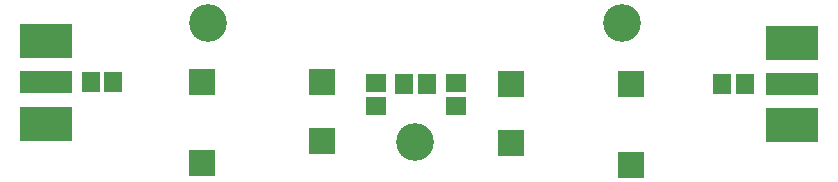
<source format=gbr>
G04 EAGLE Gerber RS-274X export*
G75*
%MOMM*%
%FSLAX34Y34*%
%LPD*%
%INSoldermask Top*%
%IPPOS*%
%AMOC8*
5,1,8,0,0,1.08239X$1,22.5*%
G01*
%ADD10C,3.203200*%
%ADD11R,1.703200X1.503200*%
%ADD12R,1.503200X1.703200*%
%ADD13R,2.203200X2.203200*%
%ADD14R,4.394200X1.981200*%
%ADD15R,4.394200X2.870200*%


D10*
X334840Y40000D03*
X159840Y140000D03*
X509840Y140000D03*
D11*
X302260Y70510D03*
X302260Y89510D03*
D12*
X325780Y88900D03*
X344780Y88900D03*
X60350Y90170D03*
X79350Y90170D03*
D13*
X256060Y90170D03*
X256060Y40170D03*
D11*
X369570Y70510D03*
X369570Y89510D03*
D12*
X614020Y88900D03*
X595020Y88900D03*
D13*
X416080Y88900D03*
X416080Y38900D03*
X154940Y21710D03*
X154940Y90010D03*
X518160Y20440D03*
X518160Y88740D03*
D14*
X22424Y90170D03*
D15*
X22424Y125116D03*
X22424Y55224D03*
D14*
X654486Y88900D03*
D15*
X654486Y53954D03*
X654486Y123846D03*
M02*

</source>
